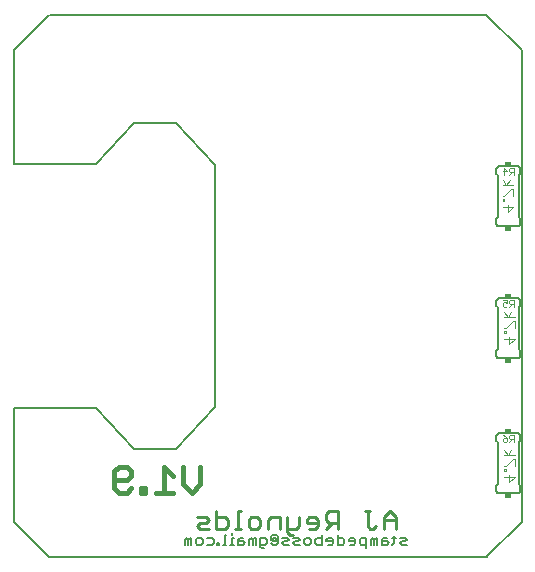
<source format=gbo>
G75*
%MOIN*%
%OFA0B0*%
%FSLAX25Y25*%
%IPPOS*%
%LPD*%
%AMOC8*
5,1,8,0,0,1.08239X$1,22.5*
%
%ADD10C,0.01500*%
%ADD11C,0.01100*%
%ADD12C,0.00600*%
%ADD13R,0.02000X0.01500*%
%ADD14C,0.00200*%
%ADD15C,0.00400*%
%ADD16C,0.00500*%
D10*
X0038673Y0028168D02*
X0038673Y0033839D01*
X0040090Y0035257D01*
X0042926Y0035257D01*
X0044344Y0033839D01*
X0044344Y0032422D01*
X0042926Y0031004D01*
X0038673Y0031004D01*
X0038673Y0028168D02*
X0040090Y0026750D01*
X0042926Y0026750D01*
X0044344Y0028168D01*
X0047530Y0028168D02*
X0047530Y0026750D01*
X0048948Y0026750D01*
X0048948Y0028168D01*
X0047530Y0028168D01*
X0052484Y0026750D02*
X0058156Y0026750D01*
X0055320Y0026750D02*
X0055320Y0035257D01*
X0058156Y0032422D01*
X0061692Y0029586D02*
X0061692Y0035257D01*
X0067364Y0035257D02*
X0067364Y0029586D01*
X0064528Y0026750D01*
X0061692Y0029586D01*
D11*
X0072652Y0020455D02*
X0072652Y0014550D01*
X0075605Y0014550D01*
X0076589Y0015534D01*
X0076589Y0017503D01*
X0075605Y0018487D01*
X0072652Y0018487D01*
X0070144Y0017503D02*
X0069159Y0018487D01*
X0066207Y0018487D01*
X0067191Y0016518D02*
X0069159Y0016518D01*
X0070144Y0017503D01*
X0070144Y0014550D02*
X0067191Y0014550D01*
X0066207Y0015534D01*
X0067191Y0016518D01*
X0078918Y0014550D02*
X0080886Y0014550D01*
X0079902Y0014550D02*
X0079902Y0020455D01*
X0080886Y0020455D01*
X0083395Y0017503D02*
X0084379Y0018487D01*
X0086347Y0018487D01*
X0087332Y0017503D01*
X0087332Y0015534D01*
X0086347Y0014550D01*
X0084379Y0014550D01*
X0083395Y0015534D01*
X0083395Y0017503D01*
X0089840Y0017503D02*
X0089840Y0014550D01*
X0089840Y0017503D02*
X0090824Y0018487D01*
X0093777Y0018487D01*
X0093777Y0014550D01*
X0096286Y0014550D02*
X0099238Y0014550D01*
X0100223Y0015534D01*
X0100223Y0018487D01*
X0102731Y0017503D02*
X0102731Y0016518D01*
X0106668Y0016518D01*
X0106668Y0015534D02*
X0106668Y0017503D01*
X0105684Y0018487D01*
X0103715Y0018487D01*
X0102731Y0017503D01*
X0103715Y0014550D02*
X0105684Y0014550D01*
X0106668Y0015534D01*
X0109177Y0014550D02*
X0111145Y0016518D01*
X0110161Y0016518D02*
X0113114Y0016518D01*
X0113114Y0014550D02*
X0113114Y0020455D01*
X0110161Y0020455D01*
X0109177Y0019471D01*
X0109177Y0017503D01*
X0110161Y0016518D01*
X0122068Y0020455D02*
X0124036Y0020455D01*
X0123052Y0020455D02*
X0123052Y0015534D01*
X0124036Y0014550D01*
X0125020Y0014550D01*
X0126005Y0015534D01*
X0128513Y0014550D02*
X0128513Y0018487D01*
X0130482Y0020455D01*
X0132450Y0018487D01*
X0132450Y0014550D01*
X0132450Y0017503D02*
X0128513Y0017503D01*
X0098254Y0012582D02*
X0097270Y0012582D01*
X0096286Y0013566D01*
X0096286Y0018487D01*
D12*
X0016911Y0005100D02*
X0005100Y0016911D01*
X0005100Y0055000D01*
X0032600Y0055000D01*
X0045100Y0041100D01*
X0059100Y0041100D01*
X0072100Y0055100D01*
X0072100Y0136021D01*
X0059100Y0150021D01*
X0045100Y0150021D01*
X0032600Y0136121D01*
X0005100Y0136121D01*
X0005100Y0174250D01*
X0016911Y0186061D01*
X0162580Y0186061D02*
X0174391Y0174250D01*
X0174391Y0016911D01*
X0162580Y0005100D01*
X0167000Y0026500D02*
X0173000Y0026500D01*
X0173060Y0026502D01*
X0173121Y0026507D01*
X0173180Y0026516D01*
X0173239Y0026529D01*
X0173298Y0026545D01*
X0173355Y0026565D01*
X0173410Y0026588D01*
X0173465Y0026615D01*
X0173517Y0026644D01*
X0173568Y0026677D01*
X0173617Y0026713D01*
X0173663Y0026751D01*
X0173707Y0026793D01*
X0173749Y0026837D01*
X0173787Y0026883D01*
X0173823Y0026932D01*
X0173856Y0026983D01*
X0173885Y0027035D01*
X0173912Y0027090D01*
X0173935Y0027145D01*
X0173955Y0027202D01*
X0173971Y0027261D01*
X0173984Y0027320D01*
X0173993Y0027379D01*
X0173998Y0027440D01*
X0174000Y0027500D01*
X0174000Y0029000D01*
X0173500Y0029500D01*
X0173500Y0043500D01*
X0174000Y0044000D01*
X0174000Y0045500D01*
X0173998Y0045560D01*
X0173993Y0045621D01*
X0173984Y0045680D01*
X0173971Y0045739D01*
X0173955Y0045798D01*
X0173935Y0045855D01*
X0173912Y0045910D01*
X0173885Y0045965D01*
X0173856Y0046017D01*
X0173823Y0046068D01*
X0173787Y0046117D01*
X0173749Y0046163D01*
X0173707Y0046207D01*
X0173663Y0046249D01*
X0173617Y0046287D01*
X0173568Y0046323D01*
X0173517Y0046356D01*
X0173465Y0046385D01*
X0173410Y0046412D01*
X0173355Y0046435D01*
X0173298Y0046455D01*
X0173239Y0046471D01*
X0173180Y0046484D01*
X0173121Y0046493D01*
X0173060Y0046498D01*
X0173000Y0046500D01*
X0167000Y0046500D01*
X0166940Y0046498D01*
X0166879Y0046493D01*
X0166820Y0046484D01*
X0166761Y0046471D01*
X0166702Y0046455D01*
X0166645Y0046435D01*
X0166590Y0046412D01*
X0166535Y0046385D01*
X0166483Y0046356D01*
X0166432Y0046323D01*
X0166383Y0046287D01*
X0166337Y0046249D01*
X0166293Y0046207D01*
X0166251Y0046163D01*
X0166213Y0046117D01*
X0166177Y0046068D01*
X0166144Y0046017D01*
X0166115Y0045965D01*
X0166088Y0045910D01*
X0166065Y0045855D01*
X0166045Y0045798D01*
X0166029Y0045739D01*
X0166016Y0045680D01*
X0166007Y0045621D01*
X0166002Y0045560D01*
X0166000Y0045500D01*
X0166000Y0044000D01*
X0166500Y0043500D01*
X0166500Y0029500D01*
X0166000Y0029000D01*
X0166000Y0027500D01*
X0166002Y0027440D01*
X0166007Y0027379D01*
X0166016Y0027320D01*
X0166029Y0027261D01*
X0166045Y0027202D01*
X0166065Y0027145D01*
X0166088Y0027090D01*
X0166115Y0027035D01*
X0166144Y0026983D01*
X0166177Y0026932D01*
X0166213Y0026883D01*
X0166251Y0026837D01*
X0166293Y0026793D01*
X0166337Y0026751D01*
X0166383Y0026713D01*
X0166432Y0026677D01*
X0166483Y0026644D01*
X0166535Y0026615D01*
X0166590Y0026588D01*
X0166645Y0026565D01*
X0166702Y0026545D01*
X0166761Y0026529D01*
X0166820Y0026516D01*
X0166879Y0026507D01*
X0166940Y0026502D01*
X0167000Y0026500D01*
X0136200Y0011001D02*
X0135633Y0011569D01*
X0133931Y0011569D01*
X0134499Y0010434D02*
X0135633Y0010434D01*
X0136200Y0011001D01*
X0136200Y0009300D02*
X0134499Y0009300D01*
X0133931Y0009867D01*
X0134499Y0010434D01*
X0132517Y0011569D02*
X0131383Y0011569D01*
X0131950Y0012136D02*
X0131950Y0009867D01*
X0131383Y0009300D01*
X0130061Y0009867D02*
X0129494Y0010434D01*
X0127793Y0010434D01*
X0127793Y0011001D02*
X0127793Y0009300D01*
X0129494Y0009300D01*
X0130061Y0009867D01*
X0129494Y0011569D02*
X0128360Y0011569D01*
X0127793Y0011001D01*
X0126378Y0011569D02*
X0126378Y0009300D01*
X0125244Y0009300D02*
X0125244Y0011001D01*
X0124677Y0011569D01*
X0124110Y0011001D01*
X0124110Y0009300D01*
X0122695Y0009300D02*
X0120994Y0009300D01*
X0120427Y0009867D01*
X0120427Y0011001D01*
X0120994Y0011569D01*
X0122695Y0011569D01*
X0122695Y0008166D01*
X0119012Y0009867D02*
X0119012Y0011001D01*
X0118445Y0011569D01*
X0117311Y0011569D01*
X0116743Y0011001D01*
X0116743Y0010434D01*
X0119012Y0010434D01*
X0119012Y0009867D02*
X0118445Y0009300D01*
X0117311Y0009300D01*
X0115329Y0009867D02*
X0115329Y0011001D01*
X0114762Y0011569D01*
X0113060Y0011569D01*
X0113060Y0012703D02*
X0113060Y0009300D01*
X0114762Y0009300D01*
X0115329Y0009867D01*
X0111646Y0009867D02*
X0111079Y0009300D01*
X0109944Y0009300D01*
X0109377Y0010434D02*
X0111646Y0010434D01*
X0111646Y0009867D02*
X0111646Y0011001D01*
X0111079Y0011569D01*
X0109944Y0011569D01*
X0109377Y0011001D01*
X0109377Y0010434D01*
X0107963Y0009300D02*
X0106261Y0009300D01*
X0105694Y0009867D01*
X0105694Y0011001D01*
X0106261Y0011569D01*
X0107963Y0011569D01*
X0107963Y0012703D02*
X0107963Y0009300D01*
X0104279Y0009867D02*
X0103712Y0009300D01*
X0102578Y0009300D01*
X0102011Y0009867D01*
X0102011Y0011001D01*
X0102578Y0011569D01*
X0103712Y0011569D01*
X0104279Y0011001D01*
X0104279Y0009867D01*
X0100596Y0009300D02*
X0098895Y0009300D01*
X0098328Y0009867D01*
X0098895Y0010434D01*
X0100029Y0010434D01*
X0100596Y0011001D01*
X0100029Y0011569D01*
X0098328Y0011569D01*
X0096913Y0011001D02*
X0096346Y0011569D01*
X0094645Y0011569D01*
X0095212Y0010434D02*
X0096346Y0010434D01*
X0096913Y0011001D01*
X0096913Y0009300D02*
X0095212Y0009300D01*
X0094645Y0009867D01*
X0095212Y0010434D01*
X0093230Y0009867D02*
X0093230Y0012136D01*
X0092663Y0012703D01*
X0091529Y0012703D01*
X0090961Y0012136D01*
X0090961Y0011001D01*
X0091529Y0010434D01*
X0091529Y0011569D01*
X0092663Y0011569D01*
X0092663Y0010434D01*
X0091529Y0010434D01*
X0090961Y0009867D02*
X0091529Y0009300D01*
X0092663Y0009300D01*
X0093230Y0009867D01*
X0089547Y0009867D02*
X0088980Y0009300D01*
X0087278Y0009300D01*
X0087278Y0008733D02*
X0087278Y0011569D01*
X0088980Y0011569D01*
X0089547Y0011001D01*
X0089547Y0009867D01*
X0088413Y0008166D02*
X0087845Y0008166D01*
X0087278Y0008733D01*
X0085864Y0009300D02*
X0085864Y0011569D01*
X0085297Y0011569D01*
X0084729Y0011001D01*
X0084162Y0011569D01*
X0083595Y0011001D01*
X0083595Y0009300D01*
X0084729Y0009300D02*
X0084729Y0011001D01*
X0082181Y0009867D02*
X0081613Y0009300D01*
X0079912Y0009300D01*
X0079912Y0011001D01*
X0080479Y0011569D01*
X0081613Y0011569D01*
X0081613Y0010434D02*
X0079912Y0010434D01*
X0081613Y0010434D02*
X0082181Y0009867D01*
X0078497Y0009300D02*
X0077363Y0009300D01*
X0077930Y0009300D02*
X0077930Y0011569D01*
X0078497Y0011569D01*
X0077930Y0012703D02*
X0077930Y0013270D01*
X0076042Y0012703D02*
X0075475Y0012703D01*
X0075475Y0009300D01*
X0076042Y0009300D02*
X0074908Y0009300D01*
X0073587Y0009300D02*
X0073587Y0009867D01*
X0073019Y0009867D01*
X0073019Y0009300D01*
X0073587Y0009300D01*
X0071745Y0009867D02*
X0071178Y0009300D01*
X0069476Y0009300D01*
X0068062Y0009867D02*
X0067495Y0009300D01*
X0066360Y0009300D01*
X0065793Y0009867D01*
X0065793Y0011001D01*
X0066360Y0011569D01*
X0067495Y0011569D01*
X0068062Y0011001D01*
X0068062Y0009867D01*
X0069476Y0011569D02*
X0071178Y0011569D01*
X0071745Y0011001D01*
X0071745Y0009867D01*
X0064379Y0009300D02*
X0064379Y0011569D01*
X0063812Y0011569D01*
X0063244Y0011001D01*
X0062677Y0011569D01*
X0062110Y0011001D01*
X0062110Y0009300D01*
X0063244Y0009300D02*
X0063244Y0011001D01*
X0125244Y0011001D02*
X0125811Y0011569D01*
X0126378Y0011569D01*
X0167000Y0071500D02*
X0173000Y0071500D01*
X0173060Y0071502D01*
X0173121Y0071507D01*
X0173180Y0071516D01*
X0173239Y0071529D01*
X0173298Y0071545D01*
X0173355Y0071565D01*
X0173410Y0071588D01*
X0173465Y0071615D01*
X0173517Y0071644D01*
X0173568Y0071677D01*
X0173617Y0071713D01*
X0173663Y0071751D01*
X0173707Y0071793D01*
X0173749Y0071837D01*
X0173787Y0071883D01*
X0173823Y0071932D01*
X0173856Y0071983D01*
X0173885Y0072035D01*
X0173912Y0072090D01*
X0173935Y0072145D01*
X0173955Y0072202D01*
X0173971Y0072261D01*
X0173984Y0072320D01*
X0173993Y0072379D01*
X0173998Y0072440D01*
X0174000Y0072500D01*
X0174000Y0074000D01*
X0173500Y0074500D01*
X0173500Y0088500D01*
X0174000Y0089000D01*
X0174000Y0090500D01*
X0173998Y0090560D01*
X0173993Y0090621D01*
X0173984Y0090680D01*
X0173971Y0090739D01*
X0173955Y0090798D01*
X0173935Y0090855D01*
X0173912Y0090910D01*
X0173885Y0090965D01*
X0173856Y0091017D01*
X0173823Y0091068D01*
X0173787Y0091117D01*
X0173749Y0091163D01*
X0173707Y0091207D01*
X0173663Y0091249D01*
X0173617Y0091287D01*
X0173568Y0091323D01*
X0173517Y0091356D01*
X0173465Y0091385D01*
X0173410Y0091412D01*
X0173355Y0091435D01*
X0173298Y0091455D01*
X0173239Y0091471D01*
X0173180Y0091484D01*
X0173121Y0091493D01*
X0173060Y0091498D01*
X0173000Y0091500D01*
X0167000Y0091500D01*
X0166940Y0091498D01*
X0166879Y0091493D01*
X0166820Y0091484D01*
X0166761Y0091471D01*
X0166702Y0091455D01*
X0166645Y0091435D01*
X0166590Y0091412D01*
X0166535Y0091385D01*
X0166483Y0091356D01*
X0166432Y0091323D01*
X0166383Y0091287D01*
X0166337Y0091249D01*
X0166293Y0091207D01*
X0166251Y0091163D01*
X0166213Y0091117D01*
X0166177Y0091068D01*
X0166144Y0091017D01*
X0166115Y0090965D01*
X0166088Y0090910D01*
X0166065Y0090855D01*
X0166045Y0090798D01*
X0166029Y0090739D01*
X0166016Y0090680D01*
X0166007Y0090621D01*
X0166002Y0090560D01*
X0166000Y0090500D01*
X0166000Y0089000D01*
X0166500Y0088500D01*
X0166500Y0074500D01*
X0166000Y0074000D01*
X0166000Y0072500D01*
X0166002Y0072440D01*
X0166007Y0072379D01*
X0166016Y0072320D01*
X0166029Y0072261D01*
X0166045Y0072202D01*
X0166065Y0072145D01*
X0166088Y0072090D01*
X0166115Y0072035D01*
X0166144Y0071983D01*
X0166177Y0071932D01*
X0166213Y0071883D01*
X0166251Y0071837D01*
X0166293Y0071793D01*
X0166337Y0071751D01*
X0166383Y0071713D01*
X0166432Y0071677D01*
X0166483Y0071644D01*
X0166535Y0071615D01*
X0166590Y0071588D01*
X0166645Y0071565D01*
X0166702Y0071545D01*
X0166761Y0071529D01*
X0166820Y0071516D01*
X0166879Y0071507D01*
X0166940Y0071502D01*
X0167000Y0071500D01*
X0167000Y0115500D02*
X0173000Y0115500D01*
X0173060Y0115502D01*
X0173121Y0115507D01*
X0173180Y0115516D01*
X0173239Y0115529D01*
X0173298Y0115545D01*
X0173355Y0115565D01*
X0173410Y0115588D01*
X0173465Y0115615D01*
X0173517Y0115644D01*
X0173568Y0115677D01*
X0173617Y0115713D01*
X0173663Y0115751D01*
X0173707Y0115793D01*
X0173749Y0115837D01*
X0173787Y0115883D01*
X0173823Y0115932D01*
X0173856Y0115983D01*
X0173885Y0116035D01*
X0173912Y0116090D01*
X0173935Y0116145D01*
X0173955Y0116202D01*
X0173971Y0116261D01*
X0173984Y0116320D01*
X0173993Y0116379D01*
X0173998Y0116440D01*
X0174000Y0116500D01*
X0174000Y0118000D01*
X0173500Y0118500D01*
X0173500Y0132500D01*
X0174000Y0133000D01*
X0174000Y0134500D01*
X0173998Y0134560D01*
X0173993Y0134621D01*
X0173984Y0134680D01*
X0173971Y0134739D01*
X0173955Y0134798D01*
X0173935Y0134855D01*
X0173912Y0134910D01*
X0173885Y0134965D01*
X0173856Y0135017D01*
X0173823Y0135068D01*
X0173787Y0135117D01*
X0173749Y0135163D01*
X0173707Y0135207D01*
X0173663Y0135249D01*
X0173617Y0135287D01*
X0173568Y0135323D01*
X0173517Y0135356D01*
X0173465Y0135385D01*
X0173410Y0135412D01*
X0173355Y0135435D01*
X0173298Y0135455D01*
X0173239Y0135471D01*
X0173180Y0135484D01*
X0173121Y0135493D01*
X0173060Y0135498D01*
X0173000Y0135500D01*
X0167000Y0135500D01*
X0166940Y0135498D01*
X0166879Y0135493D01*
X0166820Y0135484D01*
X0166761Y0135471D01*
X0166702Y0135455D01*
X0166645Y0135435D01*
X0166590Y0135412D01*
X0166535Y0135385D01*
X0166483Y0135356D01*
X0166432Y0135323D01*
X0166383Y0135287D01*
X0166337Y0135249D01*
X0166293Y0135207D01*
X0166251Y0135163D01*
X0166213Y0135117D01*
X0166177Y0135068D01*
X0166144Y0135017D01*
X0166115Y0134965D01*
X0166088Y0134910D01*
X0166065Y0134855D01*
X0166045Y0134798D01*
X0166029Y0134739D01*
X0166016Y0134680D01*
X0166007Y0134621D01*
X0166002Y0134560D01*
X0166000Y0134500D01*
X0166000Y0133000D01*
X0166500Y0132500D01*
X0166500Y0118500D01*
X0166000Y0118000D01*
X0166000Y0116500D01*
X0166002Y0116440D01*
X0166007Y0116379D01*
X0166016Y0116320D01*
X0166029Y0116261D01*
X0166045Y0116202D01*
X0166065Y0116145D01*
X0166088Y0116090D01*
X0166115Y0116035D01*
X0166144Y0115983D01*
X0166177Y0115932D01*
X0166213Y0115883D01*
X0166251Y0115837D01*
X0166293Y0115793D01*
X0166337Y0115751D01*
X0166383Y0115713D01*
X0166432Y0115677D01*
X0166483Y0115644D01*
X0166535Y0115615D01*
X0166590Y0115588D01*
X0166645Y0115565D01*
X0166702Y0115545D01*
X0166761Y0115529D01*
X0166820Y0115516D01*
X0166879Y0115507D01*
X0166940Y0115502D01*
X0167000Y0115500D01*
D13*
X0170000Y0114750D03*
X0170000Y0136250D03*
X0170000Y0092250D03*
X0170000Y0070750D03*
X0170000Y0047250D03*
X0170000Y0025750D03*
D14*
X0170332Y0043700D02*
X0171066Y0044434D01*
X0170699Y0044434D02*
X0171800Y0044434D01*
X0171800Y0043700D02*
X0171800Y0045902D01*
X0170699Y0045902D01*
X0170332Y0045535D01*
X0170332Y0044801D01*
X0170699Y0044434D01*
X0169590Y0044801D02*
X0168489Y0044801D01*
X0168122Y0044434D01*
X0168122Y0044067D01*
X0168489Y0043700D01*
X0169223Y0043700D01*
X0169590Y0044067D01*
X0169590Y0044801D01*
X0168856Y0045535D01*
X0168122Y0045902D01*
X0168489Y0088700D02*
X0169223Y0088700D01*
X0169590Y0089067D01*
X0169590Y0089801D02*
X0168856Y0090168D01*
X0168489Y0090168D01*
X0168122Y0089801D01*
X0168122Y0089067D01*
X0168489Y0088700D01*
X0169590Y0089801D02*
X0169590Y0090902D01*
X0168122Y0090902D01*
X0170332Y0090535D02*
X0170332Y0089801D01*
X0170699Y0089434D01*
X0171800Y0089434D01*
X0171066Y0089434D02*
X0170332Y0088700D01*
X0171800Y0088700D02*
X0171800Y0090902D01*
X0170699Y0090902D01*
X0170332Y0090535D01*
X0170332Y0132700D02*
X0171066Y0133434D01*
X0170699Y0133434D02*
X0171800Y0133434D01*
X0171800Y0132700D02*
X0171800Y0134902D01*
X0170699Y0134902D01*
X0170332Y0134535D01*
X0170332Y0133801D01*
X0170699Y0133434D01*
X0169590Y0133801D02*
X0168122Y0133801D01*
X0168489Y0132700D02*
X0168489Y0134902D01*
X0169590Y0133801D01*
D15*
X0170435Y0131029D02*
X0169268Y0129278D01*
X0168100Y0131029D01*
X0168100Y0129278D02*
X0171603Y0129278D01*
X0171603Y0128022D02*
X0171019Y0128022D01*
X0168684Y0125687D01*
X0168100Y0125687D01*
X0168100Y0124475D02*
X0168100Y0123891D01*
X0168684Y0123891D01*
X0168684Y0124475D01*
X0168100Y0124475D01*
X0169851Y0122635D02*
X0169851Y0120300D01*
X0171603Y0122051D01*
X0168100Y0122051D01*
X0171603Y0125687D02*
X0171603Y0128022D01*
X0170935Y0087029D02*
X0169768Y0085278D01*
X0168600Y0087029D01*
X0168600Y0085278D02*
X0172103Y0085278D01*
X0172103Y0084022D02*
X0171519Y0084022D01*
X0169184Y0081687D01*
X0168600Y0081687D01*
X0168600Y0080475D02*
X0168600Y0079891D01*
X0169184Y0079891D01*
X0169184Y0080475D01*
X0168600Y0080475D01*
X0168600Y0078051D02*
X0172103Y0078051D01*
X0170351Y0076300D01*
X0170351Y0078635D01*
X0172103Y0081687D02*
X0172103Y0084022D01*
X0170935Y0041029D02*
X0169768Y0039278D01*
X0168600Y0041029D01*
X0168600Y0039278D02*
X0172103Y0039278D01*
X0172103Y0038022D02*
X0171519Y0038022D01*
X0169184Y0035687D01*
X0168600Y0035687D01*
X0168600Y0034475D02*
X0168600Y0033891D01*
X0169184Y0033891D01*
X0169184Y0034475D01*
X0168600Y0034475D01*
X0168600Y0032051D02*
X0172103Y0032051D01*
X0170351Y0030300D01*
X0170351Y0032635D01*
X0172103Y0035687D02*
X0172103Y0038022D01*
D16*
X0162726Y0005100D02*
X0017100Y0005100D01*
X0017100Y0186021D02*
X0162726Y0186021D01*
M02*

</source>
